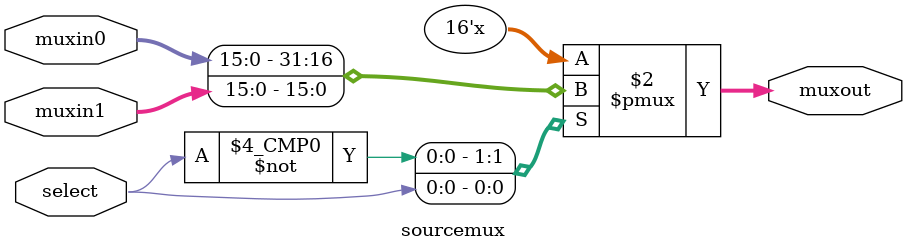
<source format=v>
module sourcemux(muxin0,muxin1,select,muxout);
	parameter k=1;
	input[15:0] muxin0,muxin1;
	input select;
	output reg [15:0] muxout;
	

	always @(*) begin
		case(select)
		 1'b0: muxout = muxin0;
		 1'b1: muxout = muxin1;
		 default: muxout = {k{1'bx}};
		endcase
	end
endmodule
	

</source>
